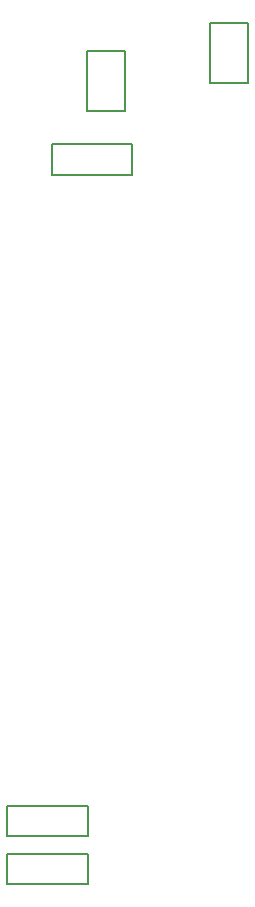
<source format=gbr>
%TF.GenerationSoftware,Altium Limited,Altium Designer,22.5.1 (42)*%
G04 Layer_Color=8388736*
%FSLAX45Y45*%
%MOMM*%
%TF.SameCoordinates,0F5D3445-5268-4BF5-932C-448DE224A770*%
%TF.FilePolarity,Positive*%
%TF.FileFunction,Other,Top_3D_Body*%
%TF.Part,Single*%
G01*
G75*
%TA.AperFunction,NonConductor*%
%ADD47C,0.20000*%
D47*
X9180300Y9395000D02*
X9860300D01*
X9180300D02*
Y9655000D01*
X9860300D01*
Y9395000D02*
Y9655000D01*
X10839450Y10172700D02*
Y10680700D01*
X10521950Y10172700D02*
X10839450D01*
X10521950D02*
Y10680700D01*
X10839450D01*
X9798050Y9931400D02*
Y10439400D01*
X9480550Y9931400D02*
X9798050D01*
X9480550D02*
Y10439400D01*
X9798050D01*
X8804001Y3387898D02*
Y3647902D01*
Y3387898D02*
X9483999D01*
Y3647902D01*
X8804001D02*
X9483999D01*
X8804001Y3794298D02*
Y4054302D01*
Y3794298D02*
X9483999D01*
Y4054302D01*
X8804001D02*
X9483999D01*
%TF.MD5,3bf4e4c6d22c929e414408d414612d0f*%
M02*

</source>
